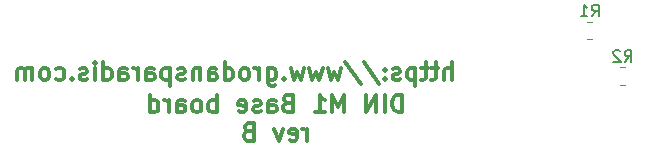
<source format=gbr>
%TF.GenerationSoftware,KiCad,Pcbnew,6.0.2+dfsg-1*%
%TF.CreationDate,2022-06-15T15:21:32+02:00*%
%TF.ProjectId,single_din_bottom,73696e67-6c65-45f6-9469-6e5f626f7474,rev?*%
%TF.SameCoordinates,Original*%
%TF.FileFunction,Legend,Bot*%
%TF.FilePolarity,Positive*%
%FSLAX46Y46*%
G04 Gerber Fmt 4.6, Leading zero omitted, Abs format (unit mm)*
G04 Created by KiCad (PCBNEW 6.0.2+dfsg-1) date 2022-06-15 15:21:32*
%MOMM*%
%LPD*%
G01*
G04 APERTURE LIST*
%ADD10C,0.300000*%
%ADD11C,0.150000*%
%ADD12C,0.120000*%
G04 APERTURE END LIST*
D10*
X81499157Y-173208071D02*
X81499157Y-171708071D01*
X80856300Y-173208071D02*
X80856300Y-172422357D01*
X80927728Y-172279500D01*
X81070585Y-172208071D01*
X81284871Y-172208071D01*
X81427728Y-172279500D01*
X81499157Y-172350928D01*
X80356300Y-172208071D02*
X79784871Y-172208071D01*
X80142014Y-171708071D02*
X80142014Y-172993785D01*
X80070585Y-173136642D01*
X79927728Y-173208071D01*
X79784871Y-173208071D01*
X79499157Y-172208071D02*
X78927728Y-172208071D01*
X79284871Y-171708071D02*
X79284871Y-172993785D01*
X79213442Y-173136642D01*
X79070585Y-173208071D01*
X78927728Y-173208071D01*
X78427728Y-172208071D02*
X78427728Y-173708071D01*
X78427728Y-172279500D02*
X78284871Y-172208071D01*
X77999157Y-172208071D01*
X77856300Y-172279500D01*
X77784871Y-172350928D01*
X77713442Y-172493785D01*
X77713442Y-172922357D01*
X77784871Y-173065214D01*
X77856300Y-173136642D01*
X77999157Y-173208071D01*
X78284871Y-173208071D01*
X78427728Y-173136642D01*
X77142014Y-173136642D02*
X76999157Y-173208071D01*
X76713442Y-173208071D01*
X76570585Y-173136642D01*
X76499157Y-172993785D01*
X76499157Y-172922357D01*
X76570585Y-172779500D01*
X76713442Y-172708071D01*
X76927728Y-172708071D01*
X77070585Y-172636642D01*
X77142014Y-172493785D01*
X77142014Y-172422357D01*
X77070585Y-172279500D01*
X76927728Y-172208071D01*
X76713442Y-172208071D01*
X76570585Y-172279500D01*
X75856300Y-173065214D02*
X75784871Y-173136642D01*
X75856300Y-173208071D01*
X75927728Y-173136642D01*
X75856300Y-173065214D01*
X75856300Y-173208071D01*
X75856300Y-172279500D02*
X75784871Y-172350928D01*
X75856300Y-172422357D01*
X75927728Y-172350928D01*
X75856300Y-172279500D01*
X75856300Y-172422357D01*
X74070585Y-171636642D02*
X75356300Y-173565214D01*
X72499157Y-171636642D02*
X73784871Y-173565214D01*
X72142014Y-172208071D02*
X71856300Y-173208071D01*
X71570585Y-172493785D01*
X71284871Y-173208071D01*
X70999157Y-172208071D01*
X70570585Y-172208071D02*
X70284871Y-173208071D01*
X69999157Y-172493785D01*
X69713442Y-173208071D01*
X69427728Y-172208071D01*
X68999157Y-172208071D02*
X68713442Y-173208071D01*
X68427728Y-172493785D01*
X68142014Y-173208071D01*
X67856300Y-172208071D01*
X67284871Y-173065214D02*
X67213442Y-173136642D01*
X67284871Y-173208071D01*
X67356300Y-173136642D01*
X67284871Y-173065214D01*
X67284871Y-173208071D01*
X65927728Y-172208071D02*
X65927728Y-173422357D01*
X65999157Y-173565214D01*
X66070585Y-173636642D01*
X66213442Y-173708071D01*
X66427728Y-173708071D01*
X66570585Y-173636642D01*
X65927728Y-173136642D02*
X66070585Y-173208071D01*
X66356300Y-173208071D01*
X66499157Y-173136642D01*
X66570585Y-173065214D01*
X66642014Y-172922357D01*
X66642014Y-172493785D01*
X66570585Y-172350928D01*
X66499157Y-172279500D01*
X66356300Y-172208071D01*
X66070585Y-172208071D01*
X65927728Y-172279500D01*
X65213442Y-173208071D02*
X65213442Y-172208071D01*
X65213442Y-172493785D02*
X65142014Y-172350928D01*
X65070585Y-172279500D01*
X64927728Y-172208071D01*
X64784871Y-172208071D01*
X64070585Y-173208071D02*
X64213442Y-173136642D01*
X64284871Y-173065214D01*
X64356300Y-172922357D01*
X64356300Y-172493785D01*
X64284871Y-172350928D01*
X64213442Y-172279500D01*
X64070585Y-172208071D01*
X63856300Y-172208071D01*
X63713442Y-172279500D01*
X63642014Y-172350928D01*
X63570585Y-172493785D01*
X63570585Y-172922357D01*
X63642014Y-173065214D01*
X63713442Y-173136642D01*
X63856300Y-173208071D01*
X64070585Y-173208071D01*
X62284871Y-173208071D02*
X62284871Y-171708071D01*
X62284871Y-173136642D02*
X62427728Y-173208071D01*
X62713442Y-173208071D01*
X62856300Y-173136642D01*
X62927728Y-173065214D01*
X62999157Y-172922357D01*
X62999157Y-172493785D01*
X62927728Y-172350928D01*
X62856300Y-172279500D01*
X62713442Y-172208071D01*
X62427728Y-172208071D01*
X62284871Y-172279500D01*
X60927728Y-173208071D02*
X60927728Y-172422357D01*
X60999157Y-172279500D01*
X61142014Y-172208071D01*
X61427728Y-172208071D01*
X61570585Y-172279500D01*
X60927728Y-173136642D02*
X61070585Y-173208071D01*
X61427728Y-173208071D01*
X61570585Y-173136642D01*
X61642014Y-172993785D01*
X61642014Y-172850928D01*
X61570585Y-172708071D01*
X61427728Y-172636642D01*
X61070585Y-172636642D01*
X60927728Y-172565214D01*
X60213442Y-172208071D02*
X60213442Y-173208071D01*
X60213442Y-172350928D02*
X60142014Y-172279500D01*
X59999157Y-172208071D01*
X59784871Y-172208071D01*
X59642014Y-172279500D01*
X59570585Y-172422357D01*
X59570585Y-173208071D01*
X58927728Y-173136642D02*
X58784871Y-173208071D01*
X58499157Y-173208071D01*
X58356300Y-173136642D01*
X58284871Y-172993785D01*
X58284871Y-172922357D01*
X58356300Y-172779500D01*
X58499157Y-172708071D01*
X58713442Y-172708071D01*
X58856300Y-172636642D01*
X58927728Y-172493785D01*
X58927728Y-172422357D01*
X58856300Y-172279500D01*
X58713442Y-172208071D01*
X58499157Y-172208071D01*
X58356300Y-172279500D01*
X57642014Y-172208071D02*
X57642014Y-173708071D01*
X57642014Y-172279500D02*
X57499157Y-172208071D01*
X57213442Y-172208071D01*
X57070585Y-172279500D01*
X56999157Y-172350928D01*
X56927728Y-172493785D01*
X56927728Y-172922357D01*
X56999157Y-173065214D01*
X57070585Y-173136642D01*
X57213442Y-173208071D01*
X57499157Y-173208071D01*
X57642014Y-173136642D01*
X55642014Y-173208071D02*
X55642014Y-172422357D01*
X55713442Y-172279500D01*
X55856300Y-172208071D01*
X56142014Y-172208071D01*
X56284871Y-172279500D01*
X55642014Y-173136642D02*
X55784871Y-173208071D01*
X56142014Y-173208071D01*
X56284871Y-173136642D01*
X56356300Y-172993785D01*
X56356300Y-172850928D01*
X56284871Y-172708071D01*
X56142014Y-172636642D01*
X55784871Y-172636642D01*
X55642014Y-172565214D01*
X54927728Y-173208071D02*
X54927728Y-172208071D01*
X54927728Y-172493785D02*
X54856300Y-172350928D01*
X54784871Y-172279500D01*
X54642014Y-172208071D01*
X54499157Y-172208071D01*
X53356300Y-173208071D02*
X53356300Y-172422357D01*
X53427728Y-172279500D01*
X53570585Y-172208071D01*
X53856300Y-172208071D01*
X53999157Y-172279500D01*
X53356300Y-173136642D02*
X53499157Y-173208071D01*
X53856300Y-173208071D01*
X53999157Y-173136642D01*
X54070585Y-172993785D01*
X54070585Y-172850928D01*
X53999157Y-172708071D01*
X53856300Y-172636642D01*
X53499157Y-172636642D01*
X53356300Y-172565214D01*
X51999157Y-173208071D02*
X51999157Y-171708071D01*
X51999157Y-173136642D02*
X52142014Y-173208071D01*
X52427728Y-173208071D01*
X52570585Y-173136642D01*
X52642014Y-173065214D01*
X52713442Y-172922357D01*
X52713442Y-172493785D01*
X52642014Y-172350928D01*
X52570585Y-172279500D01*
X52427728Y-172208071D01*
X52142014Y-172208071D01*
X51999157Y-172279500D01*
X51284871Y-173208071D02*
X51284871Y-172208071D01*
X51284871Y-171708071D02*
X51356300Y-171779500D01*
X51284871Y-171850928D01*
X51213442Y-171779500D01*
X51284871Y-171708071D01*
X51284871Y-171850928D01*
X50642014Y-173136642D02*
X50499157Y-173208071D01*
X50213442Y-173208071D01*
X50070585Y-173136642D01*
X49999157Y-172993785D01*
X49999157Y-172922357D01*
X50070585Y-172779500D01*
X50213442Y-172708071D01*
X50427728Y-172708071D01*
X50570585Y-172636642D01*
X50642014Y-172493785D01*
X50642014Y-172422357D01*
X50570585Y-172279500D01*
X50427728Y-172208071D01*
X50213442Y-172208071D01*
X50070585Y-172279500D01*
X49356300Y-173065214D02*
X49284871Y-173136642D01*
X49356300Y-173208071D01*
X49427728Y-173136642D01*
X49356300Y-173065214D01*
X49356300Y-173208071D01*
X47999157Y-173136642D02*
X48142014Y-173208071D01*
X48427728Y-173208071D01*
X48570585Y-173136642D01*
X48642014Y-173065214D01*
X48713442Y-172922357D01*
X48713442Y-172493785D01*
X48642014Y-172350928D01*
X48570585Y-172279500D01*
X48427728Y-172208071D01*
X48142014Y-172208071D01*
X47999157Y-172279500D01*
X47142014Y-173208071D02*
X47284871Y-173136642D01*
X47356300Y-173065214D01*
X47427728Y-172922357D01*
X47427728Y-172493785D01*
X47356300Y-172350928D01*
X47284871Y-172279500D01*
X47142014Y-172208071D01*
X46927728Y-172208071D01*
X46784871Y-172279500D01*
X46713442Y-172350928D01*
X46642014Y-172493785D01*
X46642014Y-172922357D01*
X46713442Y-173065214D01*
X46784871Y-173136642D01*
X46927728Y-173208071D01*
X47142014Y-173208071D01*
X45999157Y-173208071D02*
X45999157Y-172208071D01*
X45999157Y-172350928D02*
X45927728Y-172279500D01*
X45784871Y-172208071D01*
X45570585Y-172208071D01*
X45427728Y-172279500D01*
X45356300Y-172422357D01*
X45356300Y-173208071D01*
X45356300Y-172422357D02*
X45284871Y-172279500D01*
X45142014Y-172208071D01*
X44927728Y-172208071D01*
X44784871Y-172279500D01*
X44713442Y-172422357D01*
X44713442Y-173208071D01*
X77315471Y-175924871D02*
X77315471Y-174424871D01*
X76958328Y-174424871D01*
X76744042Y-174496300D01*
X76601185Y-174639157D01*
X76529757Y-174782014D01*
X76458328Y-175067728D01*
X76458328Y-175282014D01*
X76529757Y-175567728D01*
X76601185Y-175710585D01*
X76744042Y-175853442D01*
X76958328Y-175924871D01*
X77315471Y-175924871D01*
X75815471Y-175924871D02*
X75815471Y-174424871D01*
X75101185Y-175924871D02*
X75101185Y-174424871D01*
X74244042Y-175924871D01*
X74244042Y-174424871D01*
X72386900Y-175924871D02*
X72386900Y-174424871D01*
X71886900Y-175496300D01*
X71386900Y-174424871D01*
X71386900Y-175924871D01*
X69886900Y-175924871D02*
X70744042Y-175924871D01*
X70315471Y-175924871D02*
X70315471Y-174424871D01*
X70458328Y-174639157D01*
X70601185Y-174782014D01*
X70744042Y-174853442D01*
X67601185Y-175139157D02*
X67386900Y-175210585D01*
X67315471Y-175282014D01*
X67244042Y-175424871D01*
X67244042Y-175639157D01*
X67315471Y-175782014D01*
X67386900Y-175853442D01*
X67529757Y-175924871D01*
X68101185Y-175924871D01*
X68101185Y-174424871D01*
X67601185Y-174424871D01*
X67458328Y-174496300D01*
X67386900Y-174567728D01*
X67315471Y-174710585D01*
X67315471Y-174853442D01*
X67386900Y-174996300D01*
X67458328Y-175067728D01*
X67601185Y-175139157D01*
X68101185Y-175139157D01*
X65958328Y-175924871D02*
X65958328Y-175139157D01*
X66029757Y-174996300D01*
X66172614Y-174924871D01*
X66458328Y-174924871D01*
X66601185Y-174996300D01*
X65958328Y-175853442D02*
X66101185Y-175924871D01*
X66458328Y-175924871D01*
X66601185Y-175853442D01*
X66672614Y-175710585D01*
X66672614Y-175567728D01*
X66601185Y-175424871D01*
X66458328Y-175353442D01*
X66101185Y-175353442D01*
X65958328Y-175282014D01*
X65315471Y-175853442D02*
X65172614Y-175924871D01*
X64886900Y-175924871D01*
X64744042Y-175853442D01*
X64672614Y-175710585D01*
X64672614Y-175639157D01*
X64744042Y-175496300D01*
X64886900Y-175424871D01*
X65101185Y-175424871D01*
X65244042Y-175353442D01*
X65315471Y-175210585D01*
X65315471Y-175139157D01*
X65244042Y-174996300D01*
X65101185Y-174924871D01*
X64886900Y-174924871D01*
X64744042Y-174996300D01*
X63458328Y-175853442D02*
X63601185Y-175924871D01*
X63886900Y-175924871D01*
X64029757Y-175853442D01*
X64101185Y-175710585D01*
X64101185Y-175139157D01*
X64029757Y-174996300D01*
X63886900Y-174924871D01*
X63601185Y-174924871D01*
X63458328Y-174996300D01*
X63386900Y-175139157D01*
X63386900Y-175282014D01*
X64101185Y-175424871D01*
X61601185Y-175924871D02*
X61601185Y-174424871D01*
X61601185Y-174996300D02*
X61458328Y-174924871D01*
X61172614Y-174924871D01*
X61029757Y-174996300D01*
X60958328Y-175067728D01*
X60886900Y-175210585D01*
X60886900Y-175639157D01*
X60958328Y-175782014D01*
X61029757Y-175853442D01*
X61172614Y-175924871D01*
X61458328Y-175924871D01*
X61601185Y-175853442D01*
X60029757Y-175924871D02*
X60172614Y-175853442D01*
X60244042Y-175782014D01*
X60315471Y-175639157D01*
X60315471Y-175210585D01*
X60244042Y-175067728D01*
X60172614Y-174996300D01*
X60029757Y-174924871D01*
X59815471Y-174924871D01*
X59672614Y-174996300D01*
X59601185Y-175067728D01*
X59529757Y-175210585D01*
X59529757Y-175639157D01*
X59601185Y-175782014D01*
X59672614Y-175853442D01*
X59815471Y-175924871D01*
X60029757Y-175924871D01*
X58244042Y-175924871D02*
X58244042Y-175139157D01*
X58315471Y-174996300D01*
X58458328Y-174924871D01*
X58744042Y-174924871D01*
X58886900Y-174996300D01*
X58244042Y-175853442D02*
X58386900Y-175924871D01*
X58744042Y-175924871D01*
X58886900Y-175853442D01*
X58958328Y-175710585D01*
X58958328Y-175567728D01*
X58886900Y-175424871D01*
X58744042Y-175353442D01*
X58386900Y-175353442D01*
X58244042Y-175282014D01*
X57529757Y-175924871D02*
X57529757Y-174924871D01*
X57529757Y-175210585D02*
X57458328Y-175067728D01*
X57386900Y-174996300D01*
X57244042Y-174924871D01*
X57101185Y-174924871D01*
X55958328Y-175924871D02*
X55958328Y-174424871D01*
X55958328Y-175853442D02*
X56101185Y-175924871D01*
X56386900Y-175924871D01*
X56529757Y-175853442D01*
X56601185Y-175782014D01*
X56672614Y-175639157D01*
X56672614Y-175210585D01*
X56601185Y-175067728D01*
X56529757Y-174996300D01*
X56386900Y-174924871D01*
X56101185Y-174924871D01*
X55958328Y-174996300D01*
X69279757Y-178339871D02*
X69279757Y-177339871D01*
X69279757Y-177625585D02*
X69208328Y-177482728D01*
X69136900Y-177411300D01*
X68994042Y-177339871D01*
X68851185Y-177339871D01*
X67779757Y-178268442D02*
X67922614Y-178339871D01*
X68208328Y-178339871D01*
X68351185Y-178268442D01*
X68422614Y-178125585D01*
X68422614Y-177554157D01*
X68351185Y-177411300D01*
X68208328Y-177339871D01*
X67922614Y-177339871D01*
X67779757Y-177411300D01*
X67708328Y-177554157D01*
X67708328Y-177697014D01*
X68422614Y-177839871D01*
X67208328Y-177339871D02*
X66851185Y-178339871D01*
X66494042Y-177339871D01*
X64279757Y-177554157D02*
X64065471Y-177625585D01*
X63994042Y-177697014D01*
X63922614Y-177839871D01*
X63922614Y-178054157D01*
X63994042Y-178197014D01*
X64065471Y-178268442D01*
X64208328Y-178339871D01*
X64779757Y-178339871D01*
X64779757Y-176839871D01*
X64279757Y-176839871D01*
X64136900Y-176911300D01*
X64065471Y-176982728D01*
X63994042Y-177125585D01*
X63994042Y-177268442D01*
X64065471Y-177411300D01*
X64136900Y-177482728D01*
X64279757Y-177554157D01*
X64779757Y-177554157D01*
D11*
%TO.C,R2*%
X96140566Y-171662080D02*
X96473900Y-171185890D01*
X96711995Y-171662080D02*
X96711995Y-170662080D01*
X96331042Y-170662080D01*
X96235804Y-170709700D01*
X96188185Y-170757319D01*
X96140566Y-170852557D01*
X96140566Y-170995414D01*
X96188185Y-171090652D01*
X96235804Y-171138271D01*
X96331042Y-171185890D01*
X96711995Y-171185890D01*
X95759614Y-170757319D02*
X95711995Y-170709700D01*
X95616757Y-170662080D01*
X95378661Y-170662080D01*
X95283423Y-170709700D01*
X95235804Y-170757319D01*
X95188185Y-170852557D01*
X95188185Y-170947795D01*
X95235804Y-171090652D01*
X95807233Y-171662080D01*
X95188185Y-171662080D01*
%TO.C,R1*%
X93359266Y-167813980D02*
X93692600Y-167337790D01*
X93930695Y-167813980D02*
X93930695Y-166813980D01*
X93549742Y-166813980D01*
X93454504Y-166861600D01*
X93406885Y-166909219D01*
X93359266Y-167004457D01*
X93359266Y-167147314D01*
X93406885Y-167242552D01*
X93454504Y-167290171D01*
X93549742Y-167337790D01*
X93930695Y-167337790D01*
X92406885Y-167813980D02*
X92978314Y-167813980D01*
X92692600Y-167813980D02*
X92692600Y-166813980D01*
X92787838Y-166956838D01*
X92883076Y-167052076D01*
X92978314Y-167099695D01*
D12*
%TO.C,R2*%
X96200964Y-172124700D02*
X95746836Y-172124700D01*
X96200964Y-173594700D02*
X95746836Y-173594700D01*
%TO.C,R1*%
X93419664Y-169746600D02*
X92965536Y-169746600D01*
X93419664Y-168276600D02*
X92965536Y-168276600D01*
%TD*%
M02*

</source>
